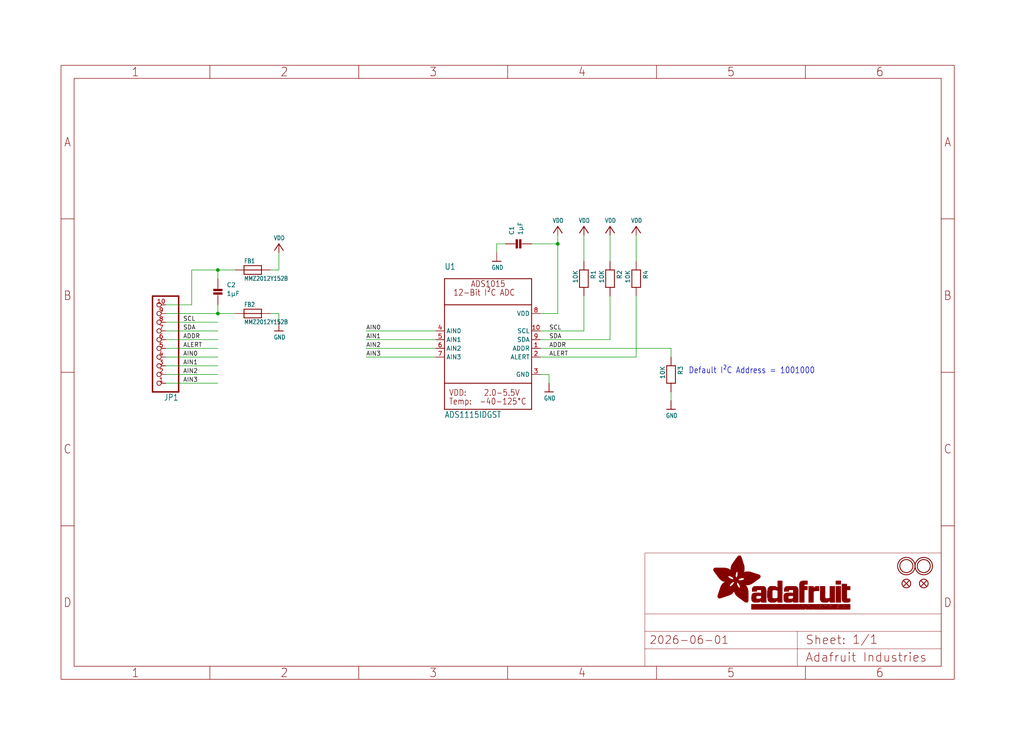
<source format=kicad_sch>
(kicad_sch (version 20231120) (generator "eeschema") (generator_version "8.0")
  (paper "User" 298.45 217.322)
  (lib_symbols
    (symbol "Adafruit_ADS1115_16Bit_I2C_ADC-eagle-import:ADC_ADS1015"
      (property "Reference" "U" (at -12.7 20.32 0))
      (symbol "ADC_ADS1015_1_0"
        (text "-40-125°C" (at -2.54 -19.05 0) (effects (font (size 1.778 1.5113)) (justify left bottom)))
        (text "12-Bit I²C ADC" (at -10.16 12.7 0) (effects (font (size 1.778 1.5113)) (justify left bottom)))
        (text "2.0-5.5V" (at -1.27 -16.51 0) (effects (font (size 1.778 1.5113)) (justify left bottom)))
        (text "ADS1015" (at -5.08 15.24 0) (effects (font (size 1.778 1.5113)) (justify left bottom)))
        (text "Temp:" (at -11.43 -19.05 0) (effects (font (size 1.778 1.5113)) (justify left bottom)))
        (text "VDD:" (at -11.43 -16.51 0) (effects (font (size 1.778 1.5113)) (justify left bottom)))
        (pin bidirectional line (at 15.24 -2.54 180) (length 2.54) (name "ADDR") (number "1"))
        (pin bidirectional line (at 15.24 2.54 180) (length 2.54) (name "SCL") (number "10"))
        (pin bidirectional line (at 15.24 -5.08 180) (length 2.54) (name "ALERT") (number "2"))
        (pin bidirectional line (at 15.24 -10.16 180) (length 2.54) (name "GND") (number "3"))
        (pin bidirectional line (at -15.24 2.54 0) (length 2.54) (name "AIN0") (number "4"))
        (pin bidirectional line (at -15.24 0 0) (length 2.54) (name "AIN1") (number "5"))
        (pin bidirectional line (at -15.24 -2.54 0) (length 2.54) (name "AIN2") (number "6"))
        (pin bidirectional line (at -15.24 -5.08 0) (length 2.54) (name "AIN3") (number "7"))
        (pin bidirectional line (at 15.24 7.62 180) (length 2.54) (name "VDD") (number "8"))
        (pin bidirectional line (at 15.24 0 180) (length 2.54) (name "SDA") (number "9"))
      )
    )
    (symbol "Adafruit_ADS1115_16Bit_I2C_ADC-eagle-import:CAP_CERAMIC0805"
      (property "Reference" "C" (at 2.54 2.54 0))
      (symbol "CAP_CERAMIC0805_1_0"
        (pin passive line (at 0 5.08 270) (length 2.54) (name "P$1") (number "1"))
        (pin passive line (at 0 -2.54 90) (length 2.54) (name "P$2") (number "2"))
      )
    )
    (symbol "Adafruit_ADS1115_16Bit_I2C_ADC-eagle-import:FERRITE0805"
      (property "Reference" "FB" (at -2.54 1.905 0))
      (symbol "FERRITE0805_1_0"
        (pin bidirectional line (at -5.08 0 0) (length 2.54) (name "P$1") (number "1"))
        (pin bidirectional line (at 5.08 0 180) (length 2.54) (name "P$2") (number "2"))
      )
    )
    (symbol "Adafruit_ADS1115_16Bit_I2C_ADC-eagle-import:FIDUCIAL{dblquote}{dblquote}")
    (symbol "Adafruit_ADS1115_16Bit_I2C_ADC-eagle-import:FRAME_A4_ADAFRUIT"
      (symbol "FRAME_A4_ADAFRUIT_1_0"
        (text "${#}/${##}" (at 230.505 10.16 0) (effects (font (size 2.54 2.54)) (justify left bottom)))
        (text "${CURRENT_DATE}" (at 171.45 10.16 0) (effects (font (size 2.286 2.286)) (justify left bottom)))
        (text "${PROJECTNAME}" (at 171.45 15.24 0) (effects (font (size 2.54 2.54)) (justify left bottom)))
        (text "1" (at 21.6958 1.905 0) (effects (font (size 2.54 2.286))))
        (text "1" (at 21.6958 177.165 0) (effects (font (size 2.54 2.286))))
        (text "2" (at 65.0875 1.905 0) (effects (font (size 2.54 2.286))))
        (text "2" (at 65.0875 177.165 0) (effects (font (size 2.54 2.286))))
        (text "3" (at 108.4792 1.905 0) (effects (font (size 2.54 2.286))))
        (text "3" (at 108.4792 177.165 0) (effects (font (size 2.54 2.286))))
        (text "4" (at 151.8708 1.905 0) (effects (font (size 2.54 2.286))))
        (text "4" (at 151.8708 177.165 0) (effects (font (size 2.54 2.286))))
        (text "5" (at 195.2625 1.905 0) (effects (font (size 2.54 2.286))))
        (text "5" (at 195.2625 177.165 0) (effects (font (size 2.54 2.286))))
        (text "6" (at 238.6542 1.905 0) (effects (font (size 2.54 2.286))))
        (text "6" (at 238.6542 177.165 0) (effects (font (size 2.54 2.286))))
        (text "A" (at 1.905 156.6863 0) (effects (font (size 2.54 2.286))))
        (text "A" (at 258.445 156.6863 0) (effects (font (size 2.54 2.286))))
        (text "Adafruit Industries" (at 216.916 4.953 0) (effects (font (size 2.54 2.54)) (justify left bottom)))
        (text "B" (at 1.905 111.9188 0) (effects (font (size 2.54 2.286))))
        (text "B" (at 258.445 111.9188 0) (effects (font (size 2.54 2.286))))
        (text "C" (at 1.905 67.1513 0) (effects (font (size 2.54 2.286))))
        (text "C" (at 258.445 67.1513 0) (effects (font (size 2.54 2.286))))
        (text "D" (at 1.905 22.3838 0) (effects (font (size 2.54 2.286))))
        (text "D" (at 258.445 22.3838 0) (effects (font (size 2.54 2.286))))
        (text "Sheet:" (at 216.916 10.033 0) (effects (font (size 2.54 2.54)) (justify left bottom)))
      )
    )
    (symbol "Adafruit_ADS1115_16Bit_I2C_ADC-eagle-import:GND" (power)
      (symbol "GND_1_0"
        (pin power_in line (at 0 2.54 270) (length 2.54) (name "GND") (number "1"))
      )
    )
    (symbol "Adafruit_ADS1115_16Bit_I2C_ADC-eagle-import:HEADER-1X1070MIL"
      (property "Reference" "JP" (at -6.35 13.335 0))
      (symbol "HEADER-1X1070MIL_1_0"
        (pin passive inverted (at -2.54 10.16 0) (length 2.54) (name "1") (number "1"))
        (pin passive inverted (at -2.54 -12.7 0) (length 2.54) (name "10") (number "10"))
        (pin passive inverted (at -2.54 7.62 0) (length 2.54) (name "2") (number "2"))
        (pin passive inverted (at -2.54 5.08 0) (length 2.54) (name "3") (number "3"))
        (pin passive inverted (at -2.54 2.54 0) (length 2.54) (name "4") (number "4"))
        (pin passive inverted (at -2.54 0 0) (length 2.54) (name "5") (number "5"))
        (pin passive inverted (at -2.54 -2.54 0) (length 2.54) (name "6") (number "6"))
        (pin passive inverted (at -2.54 -5.08 0) (length 2.54) (name "7") (number "7"))
        (pin passive inverted (at -2.54 -7.62 0) (length 2.54) (name "8") (number "8"))
        (pin passive inverted (at -2.54 -10.16 0) (length 2.54) (name "9") (number "9"))
      )
    )
    (symbol "Adafruit_ADS1115_16Bit_I2C_ADC-eagle-import:MOUNTINGHOLE2.5")
    (symbol "Adafruit_ADS1115_16Bit_I2C_ADC-eagle-import:RESISTOR0805"
      (property "Reference" "R" (at -2.54 2.032 0))
      (symbol "RESISTOR0805_1_0"
        (pin passive line (at -5.08 0 0) (length 2.54) (name "1") (number "1"))
        (pin passive line (at 5.08 0 180) (length 2.54) (name "2") (number "2"))
      )
    )
    (symbol "Adafruit_ADS1115_16Bit_I2C_ADC-eagle-import:VDD" (power)
      (symbol "VDD_1_0"
        (pin power_in line (at 0 0 90) (length 2.54) (name "VDD") (number "1"))
      )
    )
  )
  (junction (at 162.56 71.12))
  (junction (at 63.5 91.44))
  (junction (at 63.5 78.74))
  (wire (pts (xy 157.48 101.6) (xy 195.58 101.6)) (stroke (width 0.1524)))
  (wire (pts (xy 63.5 78.74) (xy 55.88 78.74)) (stroke (width 0.1524)))
  (wire (pts (xy 127 101.6) (xy 106.68 101.6)) (stroke (width 0.1524)))
  (wire (pts (xy 157.48 109.22) (xy 160.02 109.22)) (stroke (width 0.1524)))
  (wire (pts (xy 48.26 104.14) (xy 63.5 104.14)) (stroke (width 0.1524)))
  (wire (pts (xy 63.5 91.44) (xy 68.58 91.44)) (stroke (width 0.1524)))
  (wire (pts (xy 127 99.06) (xy 106.68 99.06)) (stroke (width 0.1524)))
  (wire (pts (xy 170.18 96.52) (xy 170.18 86.36)) (stroke (width 0.1524)))
  (wire (pts (xy 55.88 88.9) (xy 48.26 88.9)) (stroke (width 0.1524)))
  (wire (pts (xy 48.26 111.76) (xy 63.5 111.76)) (stroke (width 0.1524)))
  (wire (pts (xy 162.56 91.44) (xy 162.56 71.12)) (stroke (width 0.1524)))
  (wire (pts (xy 48.26 109.22) (xy 63.5 109.22)) (stroke (width 0.1524)))
  (wire (pts (xy 81.28 91.44) (xy 81.28 93.98)) (stroke (width 0.1524)))
  (wire (pts (xy 157.48 96.52) (xy 170.18 96.52)) (stroke (width 0.1524)))
  (wire (pts (xy 78.74 78.74) (xy 81.28 78.74)) (stroke (width 0.1524)))
  (wire (pts (xy 48.26 96.52) (xy 63.5 96.52)) (stroke (width 0.1524)))
  (wire (pts (xy 63.5 78.74) (xy 63.5 81.28)) (stroke (width 0.1524)))
  (wire (pts (xy 48.26 99.06) (xy 63.5 99.06)) (stroke (width 0.1524)))
  (wire (pts (xy 195.58 114.3) (xy 195.58 116.84)) (stroke (width 0.1524)))
  (wire (pts (xy 55.88 78.74) (xy 55.88 88.9)) (stroke (width 0.1524)))
  (wire (pts (xy 185.42 76.2) (xy 185.42 68.58)) (stroke (width 0.1524)))
  (wire (pts (xy 157.48 91.44) (xy 162.56 91.44)) (stroke (width 0.1524)))
  (wire (pts (xy 160.02 109.22) (xy 160.02 111.76)) (stroke (width 0.1524)))
  (wire (pts (xy 48.26 93.98) (xy 63.5 93.98)) (stroke (width 0.1524)))
  (wire (pts (xy 170.18 76.2) (xy 170.18 68.58)) (stroke (width 0.1524)))
  (wire (pts (xy 157.48 99.06) (xy 177.8 99.06)) (stroke (width 0.1524)))
  (wire (pts (xy 48.26 91.44) (xy 63.5 91.44)) (stroke (width 0.1524)))
  (wire (pts (xy 177.8 76.2) (xy 177.8 68.58)) (stroke (width 0.1524)))
  (wire (pts (xy 177.8 99.06) (xy 177.8 86.36)) (stroke (width 0.1524)))
  (wire (pts (xy 157.48 104.14) (xy 185.42 104.14)) (stroke (width 0.1524)))
  (wire (pts (xy 144.78 71.12) (xy 144.78 73.66)) (stroke (width 0.1524)))
  (wire (pts (xy 48.26 101.6) (xy 63.5 101.6)) (stroke (width 0.1524)))
  (wire (pts (xy 185.42 104.14) (xy 185.42 86.36)) (stroke (width 0.1524)))
  (wire (pts (xy 147.32 71.12) (xy 144.78 71.12)) (stroke (width 0.1524)))
  (wire (pts (xy 195.58 101.6) (xy 195.58 104.14)) (stroke (width 0.1524)))
  (wire (pts (xy 63.5 88.9) (xy 63.5 91.44)) (stroke (width 0.1524)))
  (wire (pts (xy 81.28 78.74) (xy 81.28 73.66)) (stroke (width 0.1524)))
  (wire (pts (xy 78.74 91.44) (xy 81.28 91.44)) (stroke (width 0.1524)))
  (wire (pts (xy 48.26 106.68) (xy 63.5 106.68)) (stroke (width 0.1524)))
  (wire (pts (xy 68.58 78.74) (xy 63.5 78.74)) (stroke (width 0.1524)))
  (wire (pts (xy 162.56 71.12) (xy 162.56 68.58)) (stroke (width 0.1524)))
  (wire (pts (xy 162.56 71.12) (xy 154.94 71.12)) (stroke (width 0.1524)))
  (wire (pts (xy 106.68 96.52) (xy 127 96.52)) (stroke (width 0.1524)))
  (wire (pts (xy 127 104.14) (xy 106.68 104.14)) (stroke (width 0.1524)))
  (text "Default I²C Address = 1001000" (at 200.66 109.22 0) (effects (font (size 1.778 1.5113)) (justify left bottom)))
  (label "SCL" (at 160.02 96.52 0) (effects (font (size 1.2446 1.2446))))
  (label "AIN0" (at 53.34 104.14 0) (effects (font (size 1.2446 1.2446))))
  (label "AIN3" (at 106.68 104.14 0) (effects (font (size 1.2446 1.2446))))
  (label "AIN0" (at 106.68 96.52 0) (effects (font (size 1.2446 1.2446))))
  (label "AIN2" (at 53.34 109.22 0) (effects (font (size 1.2446 1.2446))))
  (label "ADDR" (at 160.02 101.6 0) (effects (font (size 1.2446 1.2446))))
  (label "SDA" (at 53.34 96.52 0) (effects (font (size 1.2446 1.2446))))
  (label "AIN2" (at 106.68 101.6 0) (effects (font (size 1.2446 1.2446))))
  (label "ALERT" (at 160.02 104.14 0) (effects (font (size 1.2446 1.2446))))
  (label "SDA" (at 160.02 99.06 0) (effects (font (size 1.2446 1.2446))))
  (label "ADDR" (at 53.34 99.06 0) (effects (font (size 1.2446 1.2446))))
  (label "AIN3" (at 53.34 111.76 0) (effects (font (size 1.2446 1.2446))))
  (label "ALERT" (at 53.34 101.6 0) (effects (font (size 1.2446 1.2446))))
  (label "SCL" (at 53.34 93.98 0) (effects (font (size 1.2446 1.2446))))
  (label "AIN1" (at 106.68 99.06 0) (effects (font (size 1.2446 1.2446))))
  (label "AIN1" (at 53.34 106.68 0) (effects (font (size 1.2446 1.2446))))
  (symbol (lib_id "Adafruit_ADS1115_16Bit_I2C_ADC-eagle-import:GND") (at 81.28 96.52 0) (unit 1)
    (property "Reference" "#U$12" (effects (hide yes)))
    (property "Value" "GND" (at 79.756 99.06 0) (effects (font (size 1.27 1.0795)) (justify left bottom)))
  )
  (symbol (lib_id "Adafruit_ADS1115_16Bit_I2C_ADC-eagle-import:CAP_CERAMIC0805") (at 152.4 71.12 90) (unit 1)
    (property "Reference" "C1" (at 149.86 68.58 0) (effects (justify left bottom)))
    (property "Value" "1µF" (at 152.4 68.58 0) (effects (justify left bottom)))
    (property "Footprint" "Adafruit_ADS1115_16Bit_I2C_ADC:0805" (effects (hide yes)))
  )
  (symbol (lib_id "Adafruit_ADS1115_16Bit_I2C_ADC-eagle-import:VDD") (at 162.56 68.58 0) (unit 1)
    (property "Reference" "#U$10" (effects (hide yes)))
    (property "Value" "VDD" (at 161.036 65.024 0) (effects (font (size 1.27 1.0795)) (justify left bottom)))
  )
  (symbol (lib_id "Adafruit_ADS1115_16Bit_I2C_ADC-eagle-import:FRAME_A4_ADAFRUIT") (at 17.78 198.12 0) (unit 1)
    (property "Reference" "#U$1" (effects (hide yes)))
    (property "Value" "FRAME_A4_ADAFRUIT" (effects (hide yes)))
  )
  (symbol (lib_id "Adafruit_ADS1115_16Bit_I2C_ADC-eagle-import:FERRITE0805") (at 73.66 91.44 0) (unit 1)
    (property "Reference" "FB2" (at 71.12 89.535 0) (effects (font (size 1.27 1.0795)) (justify left bottom)))
    (property "Value" "MMZ2012Y152B" (at 71.12 94.615 0) (effects (font (size 1.27 1.0795)) (justify left bottom)))
    (property "Footprint" "Adafruit_ADS1115_16Bit_I2C_ADC:0805" (effects (hide yes)))
  )
  (symbol (lib_id "Adafruit_ADS1115_16Bit_I2C_ADC-eagle-import:MOUNTINGHOLE2.5") (at 264.16 165.1 0) (unit 1)
    (property "Reference" "U$14" (effects (hide yes)))
    (property "Value" "MOUNTINGHOLE2.5" (effects (hide yes)))
    (property "Footprint" "Adafruit_ADS1115_16Bit_I2C_ADC:MOUNTINGHOLE_2.5_PLATED" (effects (hide yes)))
  )
  (symbol (lib_id "Adafruit_ADS1115_16Bit_I2C_ADC-eagle-import:HEADER-1X1070MIL") (at 45.72 101.6 180) (unit 1)
    (property "Reference" "JP1" (at 52.07 114.935 0) (effects (font (size 1.778 1.5113)) (justify left bottom)))
    (property "Value" "HEADER-1X1070MIL" (effects (hide yes)))
    (property "Footprint" "Adafruit_ADS1115_16Bit_I2C_ADC:1X10_ROUND70" (effects (hide yes)))
  )
  (symbol (lib_id "Adafruit_ADS1115_16Bit_I2C_ADC-eagle-import:MOUNTINGHOLE2.5") (at 269.24 165.1 0) (unit 1)
    (property "Reference" "U$13" (effects (hide yes)))
    (property "Value" "MOUNTINGHOLE2.5" (effects (hide yes)))
    (property "Footprint" "Adafruit_ADS1115_16Bit_I2C_ADC:MOUNTINGHOLE_2.5_PLATED" (effects (hide yes)))
  )
  (symbol (lib_id "Adafruit_ADS1115_16Bit_I2C_ADC-eagle-import:GND") (at 195.58 119.38 0) (unit 1)
    (property "Reference" "#U$6" (effects (hide yes)))
    (property "Value" "GND" (at 194.056 121.92 0) (effects (font (size 1.27 1.0795)) (justify left bottom)))
  )
  (symbol (lib_id "Adafruit_ADS1115_16Bit_I2C_ADC-eagle-import:RESISTOR0805") (at 170.18 81.28 270) (unit 1)
    (property "Reference" "R1" (at 172.212 78.74 0) (effects (justify left bottom)))
    (property "Value" "10K" (at 167.005 78.74 0) (effects (justify left bottom)))
    (property "Footprint" "Adafruit_ADS1115_16Bit_I2C_ADC:0805" (effects (hide yes)))
  )
  (symbol (lib_id "Adafruit_ADS1115_16Bit_I2C_ADC-eagle-import:FERRITE0805") (at 73.66 78.74 0) (unit 1)
    (property "Reference" "FB1" (at 71.12 76.835 0) (effects (font (size 1.27 1.0795)) (justify left bottom)))
    (property "Value" "MMZ2012Y152B" (at 71.12 81.915 0) (effects (font (size 1.27 1.0795)) (justify left bottom)))
    (property "Footprint" "Adafruit_ADS1115_16Bit_I2C_ADC:0805" (effects (hide yes)))
  )
  (symbol (lib_id "Adafruit_ADS1115_16Bit_I2C_ADC-eagle-import:RESISTOR0805") (at 195.58 109.22 270) (unit 1)
    (property "Reference" "R3" (at 197.612 106.68 0) (effects (justify left bottom)))
    (property "Value" "10K" (at 192.405 106.68 0) (effects (justify left bottom)))
    (property "Footprint" "Adafruit_ADS1115_16Bit_I2C_ADC:0805" (effects (hide yes)))
  )
  (symbol (lib_id "Adafruit_ADS1115_16Bit_I2C_ADC-eagle-import:FIDUCIAL{dblquote}{dblquote}") (at 269.24 170.18 0) (unit 1)
    (property "Reference" "FID1" (effects (hide yes)))
    (property "Value" "FIDUCIAL{dblquote}{dblquote}" (effects (hide yes)))
    (property "Footprint" "Adafruit_ADS1115_16Bit_I2C_ADC:FIDUCIAL_1MM" (effects (hide yes)))
  )
  (symbol (lib_id "Adafruit_ADS1115_16Bit_I2C_ADC-eagle-import:CAP_CERAMIC0805") (at 63.5 86.36 0) (unit 1)
    (property "Reference" "C2" (at 66.04 83.82 0) (effects (justify left bottom)))
    (property "Value" "1µF" (at 66.04 86.36 0) (effects (justify left bottom)))
    (property "Footprint" "Adafruit_ADS1115_16Bit_I2C_ADC:0805" (effects (hide yes)))
  )
  (symbol (lib_id "Adafruit_ADS1115_16Bit_I2C_ADC-eagle-import:VDD") (at 185.42 68.58 0) (unit 1)
    (property "Reference" "#U$8" (effects (hide yes)))
    (property "Value" "VDD" (at 183.896 65.024 0) (effects (font (size 1.27 1.0795)) (justify left bottom)))
  )
  (symbol (lib_id "Adafruit_ADS1115_16Bit_I2C_ADC-eagle-import:GND") (at 160.02 114.3 0) (unit 1)
    (property "Reference" "#U$5" (effects (hide yes)))
    (property "Value" "GND" (at 158.496 116.84 0) (effects (font (size 1.27 1.0795)) (justify left bottom)))
  )
  (symbol (lib_id "Adafruit_ADS1115_16Bit_I2C_ADC-eagle-import:ADC_ADS1015") (at 142.24 99.06 0) (unit 1)
    (property "Reference" "U1" (at 129.54 78.74 0) (effects (font (size 1.778 1.5113)) (justify left bottom)))
    (property "Value" "ADS1115IDGST" (at 129.54 121.92 0) (effects (font (size 1.778 1.5113)) (justify left bottom)))
    (property "Footprint" "Adafruit_ADS1115_16Bit_I2C_ADC:MSOP10" (effects (hide yes)))
  )
  (symbol (lib_id "Adafruit_ADS1115_16Bit_I2C_ADC-eagle-import:GND") (at 144.78 76.2 0) (unit 1)
    (property "Reference" "#U$2" (effects (hide yes)))
    (property "Value" "GND" (at 143.256 78.74 0) (effects (font (size 1.27 1.0795)) (justify left bottom)))
  )
  (symbol (lib_id "Adafruit_ADS1115_16Bit_I2C_ADC-eagle-import:RESISTOR0805") (at 185.42 81.28 270) (unit 1)
    (property "Reference" "R4" (at 187.452 78.74 0) (effects (justify left bottom)))
    (property "Value" "10K" (at 182.245 78.74 0) (effects (justify left bottom)))
    (property "Footprint" "Adafruit_ADS1115_16Bit_I2C_ADC:0805" (effects (hide yes)))
  )
  (symbol (lib_id "Adafruit_ADS1115_16Bit_I2C_ADC-eagle-import:VDD") (at 177.8 68.58 0) (unit 1)
    (property "Reference" "#U$4" (effects (hide yes)))
    (property "Value" "VDD" (at 176.276 65.024 0) (effects (font (size 1.27 1.0795)) (justify left bottom)))
  )
  (symbol (lib_id "Adafruit_ADS1115_16Bit_I2C_ADC-eagle-import:VDD") (at 170.18 68.58 0) (unit 1)
    (property "Reference" "#U$3" (effects (hide yes)))
    (property "Value" "VDD" (at 168.656 65.024 0) (effects (font (size 1.27 1.0795)) (justify left bottom)))
  )
  (symbol (lib_id "Adafruit_ADS1115_16Bit_I2C_ADC-eagle-import:VDD") (at 81.28 73.66 0) (unit 1)
    (property "Reference" "#U$11" (effects (hide yes)))
    (property "Value" "VDD" (at 79.756 70.104 0) (effects (font (size 1.27 1.0795)) (justify left bottom)))
  )
  (symbol (lib_id "Adafruit_ADS1115_16Bit_I2C_ADC-eagle-import:FIDUCIAL{dblquote}{dblquote}") (at 264.16 170.18 0) (unit 1)
    (property "Reference" "FID2" (effects (hide yes)))
    (property "Value" "FIDUCIAL{dblquote}{dblquote}" (effects (hide yes)))
    (property "Footprint" "Adafruit_ADS1115_16Bit_I2C_ADC:FIDUCIAL_1MM" (effects (hide yes)))
  )
  (symbol (lib_id "Adafruit_ADS1115_16Bit_I2C_ADC-eagle-import:RESISTOR0805") (at 177.8 81.28 270) (unit 1)
    (property "Reference" "R2" (at 179.832 78.74 0) (effects (justify left bottom)))
    (property "Value" "10K" (at 174.625 78.74 0) (effects (justify left bottom)))
    (property "Footprint" "Adafruit_ADS1115_16Bit_I2C_ADC:0805" (effects (hide yes)))
  )
)
</source>
